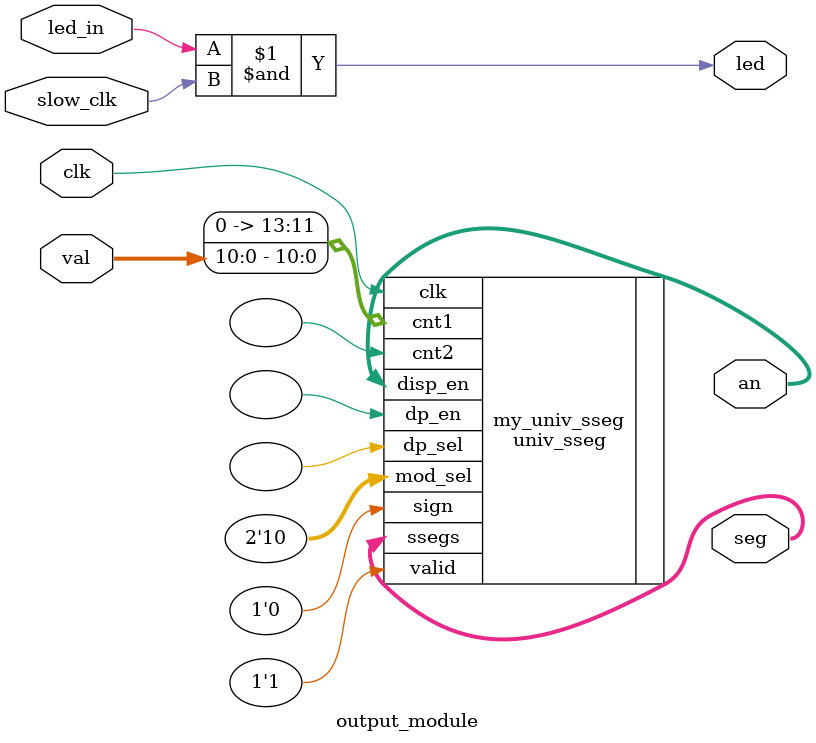
<source format=v>
`timescale 1ns / 1ps


module output_module(
    input [10:0] val,
    input led_in,
    input clk,
    input slow_clk,
    output [7:0] seg,
    output [3:0] an,
    output led
    );
         
    univ_sseg my_univ_sseg (
        .cnt1    ({3'b000, val}), 
        .cnt2    (), 
        .valid   (1'b1), 
        .dp_en   (), 
        .dp_sel  (), 
        .mod_sel (2'b10), 
        .sign    (1'b0), 
        .clk     (clk), 
        .ssegs   (seg), 
        .disp_en (an)    
    );
    
    assign led = (led_in & slow_clk);
endmodule

</source>
